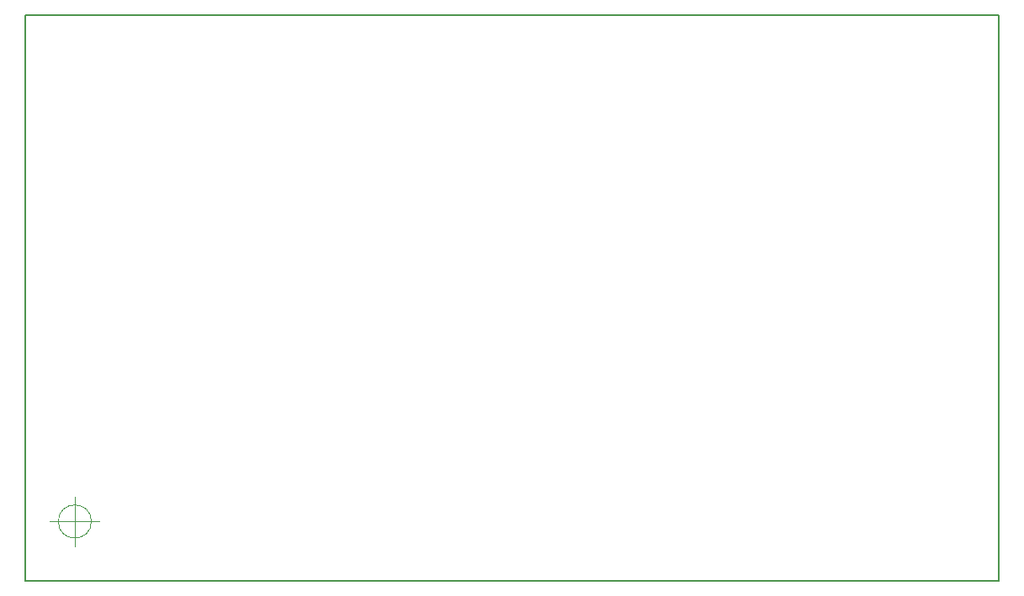
<source format=gbr>
%TF.GenerationSoftware,KiCad,Pcbnew,5.1.6-c6e7f7d~86~ubuntu20.04.1*%
%TF.CreationDate,2020-06-02T12:53:55+01:00*%
%TF.ProjectId,PC_driver,50435f64-7269-4766-9572-2e6b69636164,rev?*%
%TF.SameCoordinates,Original*%
%TF.FileFunction,Profile,NP*%
%FSLAX46Y46*%
G04 Gerber Fmt 4.6, Leading zero omitted, Abs format (unit mm)*
G04 Created by KiCad (PCBNEW 5.1.6-c6e7f7d~86~ubuntu20.04.1) date 2020-06-02 12:53:55*
%MOMM*%
%LPD*%
G01*
G04 APERTURE LIST*
%TA.AperFunction,Profile*%
%ADD10C,0.100000*%
%TD*%
%TA.AperFunction,Profile*%
%ADD11C,0.150000*%
%TD*%
G04 APERTURE END LIST*
D10*
X98666666Y-98000000D02*
G75*
G03*
X98666666Y-98000000I-1666666J0D01*
G01*
X94500000Y-98000000D02*
X99500000Y-98000000D01*
X97000000Y-95500000D02*
X97000000Y-100500000D01*
D11*
X92000000Y-104000000D02*
X100000000Y-104000000D01*
X92000000Y-47000000D02*
X92000000Y-104000000D01*
X100000000Y-47000000D02*
X92000000Y-47000000D01*
X190000000Y-47000000D02*
X125000000Y-47000000D01*
X190000000Y-104000000D02*
X190000000Y-47000000D01*
X100000000Y-104000000D02*
X190000000Y-104000000D01*
X125000000Y-47000000D02*
X100000000Y-47000000D01*
M02*

</source>
